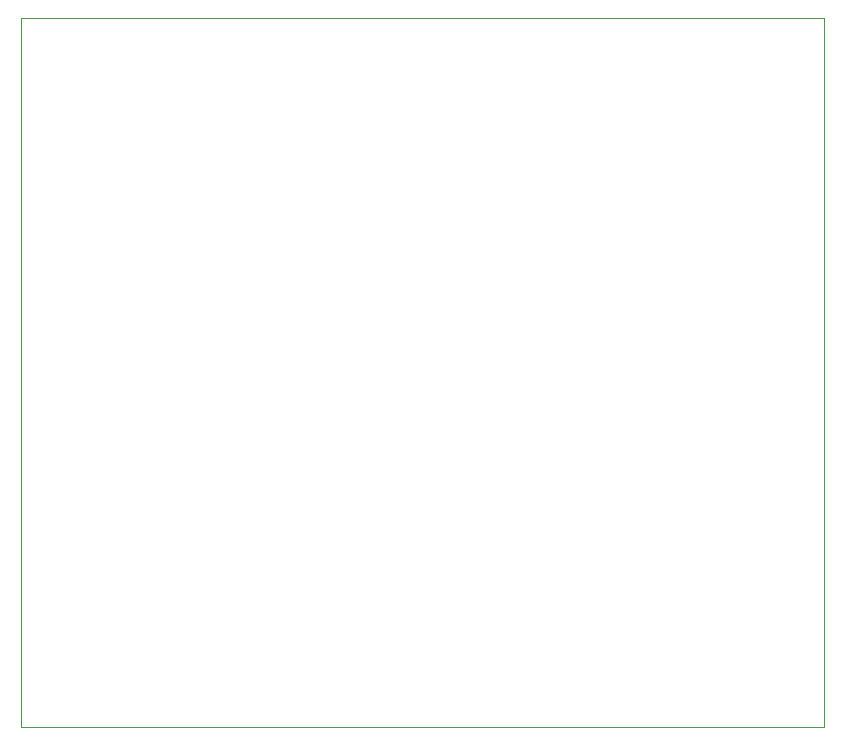
<source format=gko>
G04*
G04 #@! TF.GenerationSoftware,Altium Limited,Altium Designer,19.0.14 (431)*
G04*
G04 Layer_Color=16711935*
%FSLAX25Y25*%
%MOIN*%
G70*
G01*
G75*
%ADD45C,0.00394*%
D45*
X0Y0D02*
Y236221D01*
X267717D01*
Y0D02*
Y236221D01*
X0Y0D02*
X267717D01*
M02*

</source>
